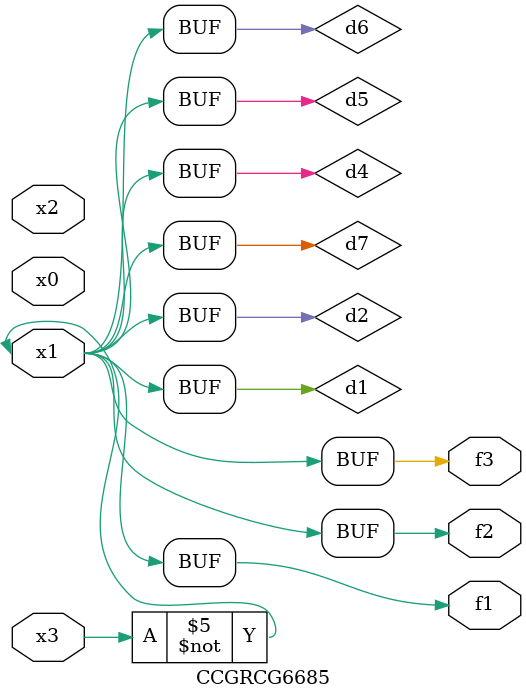
<source format=v>
module CCGRCG6685(
	input x0, x1, x2, x3,
	output f1, f2, f3
);

	wire d1, d2, d3, d4, d5, d6, d7;

	not (d1, x3);
	buf (d2, x1);
	xnor (d3, d1, d2);
	nor (d4, d1);
	buf (d5, d1, d2);
	buf (d6, d4, d5);
	nand (d7, d4);
	assign f1 = d6;
	assign f2 = d7;
	assign f3 = d6;
endmodule

</source>
